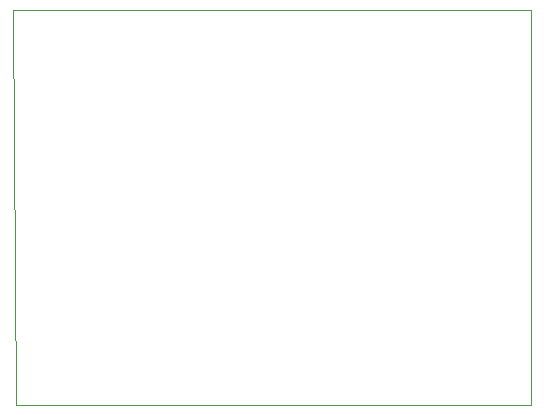
<source format=gbr>
%TF.GenerationSoftware,KiCad,Pcbnew,(6.0.11)*%
%TF.CreationDate,2023-02-10T16:12:38-06:00*%
%TF.ProjectId,leapsd,6c656170-7364-42e6-9b69-6361645f7063,rev?*%
%TF.SameCoordinates,Original*%
%TF.FileFunction,Profile,NP*%
%FSLAX46Y46*%
G04 Gerber Fmt 4.6, Leading zero omitted, Abs format (unit mm)*
G04 Created by KiCad (PCBNEW (6.0.11)) date 2023-02-10 16:12:38*
%MOMM*%
%LPD*%
G01*
G04 APERTURE LIST*
%TA.AperFunction,Profile*%
%ADD10C,0.050000*%
%TD*%
G04 APERTURE END LIST*
D10*
X156800000Y-34600000D02*
X156800000Y-34800000D01*
X200600000Y-34600000D02*
X200600000Y-68000000D01*
X157000000Y-68000000D02*
X200600000Y-68000000D01*
X200600000Y-34600000D02*
X156800000Y-34600000D01*
X156800000Y-34800000D02*
X157000000Y-68000000D01*
M02*

</source>
